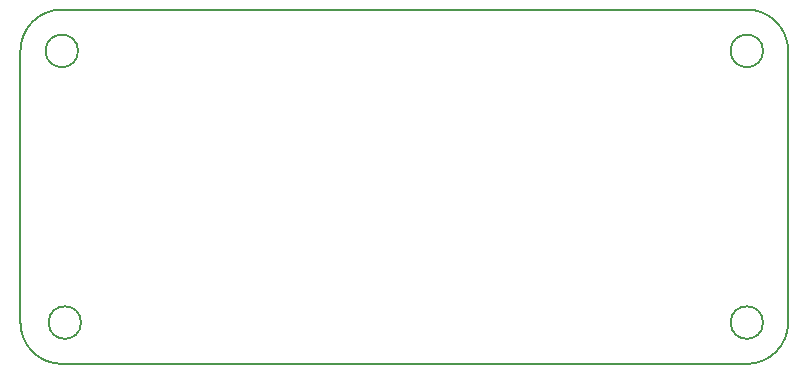
<source format=gm1>
G04 #@! TF.GenerationSoftware,KiCad,Pcbnew,(5.1.4-0-10_14)*
G04 #@! TF.CreationDate,2020-01-14T22:34:08-05:00*
G04 #@! TF.ProjectId,Charging_LCD_Display,43686172-6769-46e6-975f-4c43445f4469,rev?*
G04 #@! TF.SameCoordinates,Original*
G04 #@! TF.FileFunction,Profile,NP*
%FSLAX46Y46*%
G04 Gerber Fmt 4.6, Leading zero omitted, Abs format (unit mm)*
G04 Created by KiCad (PCBNEW (5.1.4-0-10_14)) date 2020-01-14 22:34:08*
%MOMM*%
%LPD*%
G04 APERTURE LIST*
%ADD10C,0.200000*%
G04 APERTURE END LIST*
D10*
X103229000Y-135890000D02*
G75*
G03X103229000Y-135890000I-1375000J0D01*
G01*
X101599999Y-109390000D02*
X159600000Y-109390000D01*
X98099999Y-112890000D02*
G75*
G02X101599999Y-109390000I3500000J0D01*
G01*
X101600000Y-139390000D02*
X159600000Y-139390000D01*
X160975000Y-135890000D02*
G75*
G03X160975000Y-135890000I-1375000J0D01*
G01*
X163100000Y-135890000D02*
G75*
G02X159600000Y-139390000I-3500000J0D01*
G01*
X98100000Y-135890000D02*
X98100000Y-112890000D01*
X160975000Y-112890000D02*
G75*
G03X160975000Y-112890000I-1375000J0D01*
G01*
X159600000Y-109390000D02*
G75*
G02X163100000Y-112890000I0J-3500000D01*
G01*
X163100000Y-135890000D02*
X163100000Y-112890000D01*
X102974999Y-112890000D02*
G75*
G03X102974999Y-112890000I-1375000J0D01*
G01*
X101600000Y-139390000D02*
G75*
G02X98100000Y-135890000I0J3500000D01*
G01*
M02*

</source>
